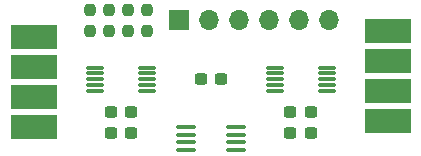
<source format=gbr>
%TF.GenerationSoftware,KiCad,Pcbnew,(5.99.0-12717-g57c7d663b0)*%
%TF.CreationDate,2021-10-08T11:24:07+02:00*%
%TF.ProjectId,capacitance_meter,63617061-6369-4746-916e-63655f6d6574,rev?*%
%TF.SameCoordinates,Original*%
%TF.FileFunction,Soldermask,Top*%
%TF.FilePolarity,Negative*%
%FSLAX46Y46*%
G04 Gerber Fmt 4.6, Leading zero omitted, Abs format (unit mm)*
G04 Created by KiCad (PCBNEW (5.99.0-12717-g57c7d663b0)) date 2021-10-08 11:24:07*
%MOMM*%
%LPD*%
G01*
G04 APERTURE LIST*
G04 Aperture macros list*
%AMRoundRect*
0 Rectangle with rounded corners*
0 $1 Rounding radius*
0 $2 $3 $4 $5 $6 $7 $8 $9 X,Y pos of 4 corners*
0 Add a 4 corners polygon primitive as box body*
4,1,4,$2,$3,$4,$5,$6,$7,$8,$9,$2,$3,0*
0 Add four circle primitives for the rounded corners*
1,1,$1+$1,$2,$3*
1,1,$1+$1,$4,$5*
1,1,$1+$1,$6,$7*
1,1,$1+$1,$8,$9*
0 Add four rect primitives between the rounded corners*
20,1,$1+$1,$2,$3,$4,$5,0*
20,1,$1+$1,$4,$5,$6,$7,0*
20,1,$1+$1,$6,$7,$8,$9,0*
20,1,$1+$1,$8,$9,$2,$3,0*%
G04 Aperture macros list end*
%ADD10RoundRect,0.237500X-0.300000X-0.237500X0.300000X-0.237500X0.300000X0.237500X-0.300000X0.237500X0*%
%ADD11R,1.700000X1.700000*%
%ADD12O,1.700000X1.700000*%
%ADD13RoundRect,0.237500X-0.237500X0.250000X-0.237500X-0.250000X0.237500X-0.250000X0.237500X0.250000X0*%
%ADD14RoundRect,0.075000X0.650000X0.075000X-0.650000X0.075000X-0.650000X-0.075000X0.650000X-0.075000X0*%
%ADD15RoundRect,0.075000X-0.650000X-0.075000X0.650000X-0.075000X0.650000X0.075000X-0.650000X0.075000X0*%
%ADD16RoundRect,0.100000X0.712500X0.100000X-0.712500X0.100000X-0.712500X-0.100000X0.712500X-0.100000X0*%
%ADD17R,4.000000X2.000000*%
G04 APERTURE END LIST*
D10*
%TO.C,C4*%
X145543100Y-122783600D03*
X147268100Y-122783600D03*
%TD*%
%TO.C,C2*%
X160732300Y-122783600D03*
X162457300Y-122783600D03*
%TD*%
D11*
%TO.C,J3*%
X151275000Y-114975000D03*
D12*
X153815000Y-114975000D03*
X156355000Y-114975000D03*
X158895000Y-114975000D03*
X161435000Y-114975000D03*
X163975000Y-114975000D03*
%TD*%
D10*
%TO.C,C5*%
X145543100Y-124561600D03*
X147268100Y-124561600D03*
%TD*%
D13*
%TO.C,R4*%
X148600000Y-114087500D03*
X148600000Y-115912500D03*
%TD*%
D14*
%TO.C,U3*%
X163800000Y-121000000D03*
X163800000Y-120500000D03*
X163800000Y-120000000D03*
X163800000Y-119500000D03*
X163800000Y-119000000D03*
X159400000Y-119000000D03*
X159400000Y-119500000D03*
X159400000Y-120000000D03*
X159400000Y-120500000D03*
X159400000Y-121000000D03*
%TD*%
D15*
%TO.C,U1*%
X144200000Y-119000000D03*
X144200000Y-119500000D03*
X144200000Y-120000000D03*
X144200000Y-120500000D03*
X144200000Y-121000000D03*
X148600000Y-121000000D03*
X148600000Y-120500000D03*
X148600000Y-120000000D03*
X148600000Y-119500000D03*
X148600000Y-119000000D03*
%TD*%
D10*
%TO.C,C1*%
X153137500Y-120000000D03*
X154862500Y-120000000D03*
%TD*%
%TO.C,C3*%
X160732300Y-124561600D03*
X162457300Y-124561600D03*
%TD*%
D13*
%TO.C,R3*%
X147000000Y-114087500D03*
X147000000Y-115912500D03*
%TD*%
%TO.C,R1*%
X143800000Y-114087500D03*
X143800000Y-115912500D03*
%TD*%
%TO.C,R2*%
X145400000Y-114087500D03*
X145400000Y-115912500D03*
%TD*%
D16*
%TO.C,U2*%
X156112700Y-125975000D03*
X156112700Y-125325000D03*
X156112700Y-124675000D03*
X156112700Y-124025000D03*
X151887700Y-124025000D03*
X151887700Y-124675000D03*
X151887700Y-125325000D03*
X151887700Y-125975000D03*
%TD*%
D17*
%TO.C,J1*%
X168999992Y-115920012D03*
X168999992Y-118460012D03*
X168999992Y-121000012D03*
X168999992Y-123540012D03*
%TD*%
%TO.C,J2*%
X139000001Y-124009988D03*
X139000001Y-121469988D03*
X139000001Y-118929988D03*
X139000001Y-116389988D03*
%TD*%
M02*

</source>
